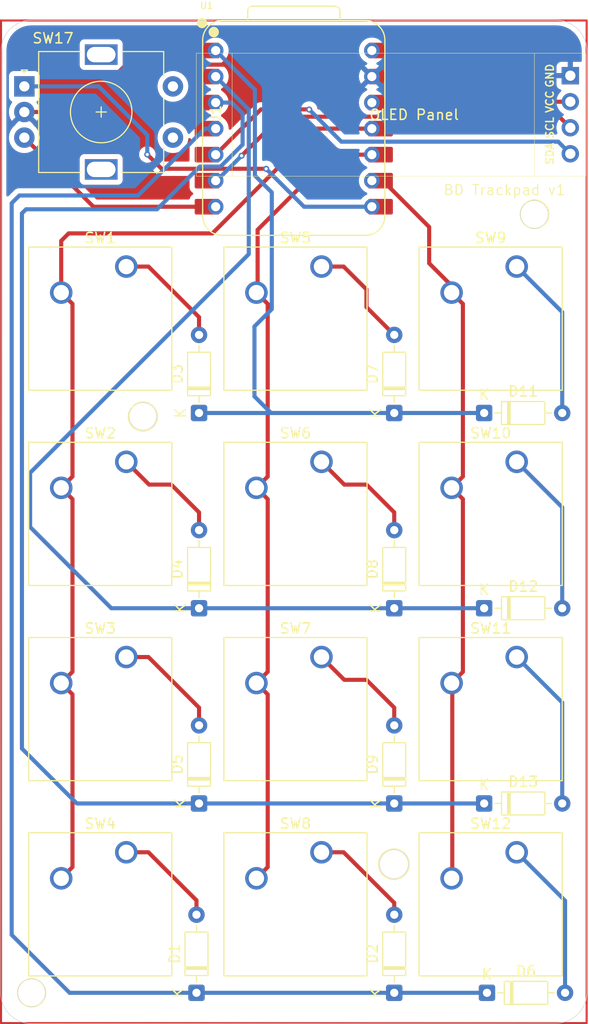
<source format=kicad_pcb>
(kicad_pcb (version 20241229) (generator "pcbnew") (generator_version "9.0")
  (layers (0 "F.Cu" signal) (2 "B.Cu" signal) (13 "F.Paste" user) (15 "B.Paste" user) (5 "F.SilkS" user "F.Silkscreen") (7 "B.SilkS" user "B.Silkscreen") (1 "F.Mask" user) (3 "B.Mask" user) (25 "Edge.Cuts" user))
  (net 0 "")
  (net 1 "Net-(D3-A)")
  (net 2 "ROW0")
  (net 3 "ROW1")
  (net 4 "Net-(D4-A)")
  (net 5 "ROW2")
  (net 6 "Net-(D5-A)")
  (net 7 "Net-(D7-A)")
  (net 8 "Net-(D8-A)")
  (net 9 "Net-(D9-A)")
  (net 10 "Net-(D11-A)")
  (net 11 "Net-(D12-A)")
  (net 12 "Net-(D13-A)")
  (net 13 "SDA")
  (net 14 "GND")
  (net 15 "SCL")
  (net 16 "+3.3V")
  (net 17 "COL0")
  (net 18 "COL1")
  (net 19 "COL2")
  (net 20 "RotA")
  (net 22 "RotB")
  (net 24 "ROW3")
  (net 25 "Net-(D1-A)")
  (net 26 "Net-(D2-A)")
  (net 27 "Net-(D6-A)")
  (footprint "Button_Switch_Keyboard:SW_Cherry_MX_1.00u_PCB" (layer "F.Cu") (at 123.98375 106.83875)
    (property "Reference" "SW2" (at -2.54 -2.794 0) (layer "F.SilkS"))
    (property "Value" "SW_Push")
    (fp_line (start -9.525 -1.905) (end 4.445 -1.905) (stroke (width 0.12)) (layer "F.SilkS"))
    (fp_line (start -9.525 12.065) (end -9.525 -1.905) (stroke (width 0.12)) (layer "F.SilkS"))
    (fp_line (start 4.445 -1.905) (end 4.445 12.065) (stroke (width 0.12)) (layer "F.SilkS"))
    (fp_line (start 4.445 12.065) (end -9.525 12.065) (stroke (width 0.12)) (layer "F.SilkS"))
    (pad "" np_thru_hole circle (at -7.62 5.08) (size 1.7 1.7) (drill 1.7) (layers "*.Cu" "*.Mask"))
    (pad "" np_thru_hole circle (at -2.54 5.08) (size 4 4) (drill 4) (layers "*.Cu" "*.Mask"))
    (pad "" np_thru_hole circle (at 2.54 5.08) (size 1.7 1.7) (drill 1.7) (layers "*.Cu" "*.Mask"))
    (pad "1" thru_hole circle (at 0 0) (size 2.2 2.2) (drill 1.5) (layers "*.Cu" "*.Mask") (net 4 "Net-(D4-A)"))
    (pad "2" thru_hole circle (at -6.35 2.54) (size 2.2 2.2) (drill 1.5) (layers "*.Cu" "*.Mask") (net 17 "COL0"))
  )
  (footprint "Diode_THT:D_DO-35_SOD27_P7.62mm_Horizontal" (layer "F.Cu") (at 131.085 121.12625 90)
    (property "Reference" "D4" (at 3.81 -2.12 90) (layer "F.SilkS"))
    (property "Value" "1N4148")
    (fp_line (start 2.53 -1.12) (end 2.53 1.12) (stroke (width 0.12)) (layer "F.SilkS"))
    (fp_line (start 2.41 -1.12) (end 2.41 1.12) (stroke (width 0.12)) (layer "F.SilkS"))
    (fp_line (start 2.29 -1.12) (end 2.29 1.12) (stroke (width 0.12)) (layer "F.SilkS"))
    (fp_line (start 6.58 0) (end 5.93 0) (stroke (width 0.12)) (layer "F.SilkS"))
    (fp_line (start 1.04 0) (end 1.69 0) (stroke (width 0.12)) (layer "F.SilkS"))
    (fp_rect (start 1.69 -1.12) (end 5.93 1.12) (stroke (width 0.12)) (fill no) (layer "F.SilkS"))
    (fp_text user "K" (at 0 -1.8 90) (layer "F.SilkS"))
    (pad "1" thru_hole roundrect (at 0 0 90) (size 1.6 1.6) (drill 0.8) (layers "*.Cu" "*.Mask") (roundrect_rratio 0.15625) (net 3 "ROW1"))
    (pad "2" thru_hole circle (at 7.62 0 90) (size 1.6 1.6) (drill 0.8) (layers "*.Cu" "*.Mask") (net 4 "Net-(D4-A)"))
  )
  (footprint "Button_Switch_Keyboard:SW_Cherry_MX_1.00u_PCB" (layer "F.Cu") (at 123.98375 144.93875)
    (property "Reference" "SW4" (at -2.54 -2.794 0) (layer "F.SilkS"))
    (property "Value" "SW_Push")
    (fp_line (start -9.525 -1.905) (end 4.445 -1.905) (stroke (width 0.12)) (layer "F.SilkS"))
    (fp_line (start -9.525 12.065) (end -9.525 -1.905) (stroke (width 0.12)) (layer "F.SilkS"))
    (fp_line (start 4.445 -1.905) (end 4.445 12.065) (stroke (width 0.12)) (layer "F.SilkS"))
    (fp_line (start 4.445 12.065) (end -9.525 12.065) (stroke (width 0.12)) (layer "F.SilkS"))
    (pad "" np_thru_hole circle (at -7.62 5.08) (size 1.7 1.7) (drill 1.7) (layers "*.Cu" "*.Mask"))
    (pad "" np_thru_hole circle (at -2.54 5.08) (size 4 4) (drill 4) (layers "*.Cu" "*.Mask"))
    (pad "" np_thru_hole circle (at 2.54 5.08) (size 1.7 1.7) (drill 1.7) (layers "*.Cu" "*.Mask"))
    (pad "1" thru_hole circle (at 0 0) (size 2.2 2.2) (drill 1.5) (layers "*.Cu" "*.Mask") (net 25 "Net-(D1-A)"))
    (pad "2" thru_hole circle (at -6.35 2.54) (size 2.2 2.2) (drill 1.5) (layers "*.Cu" "*.Mask") (net 17 "COL0"))
  )
  (footprint "Button_Switch_Keyboard:SW_Cherry_MX_1.00u_PCB" (layer "F.Cu") (at 123.98375 125.88875)
    (property "Reference" "SW3" (at -2.54 -2.794 0) (layer "F.SilkS"))
    (property "Value" "SW_Push")
    (fp_line (start -9.525 -1.905) (end 4.445 -1.905) (stroke (width 0.12)) (layer "F.SilkS"))
    (fp_line (start -9.525 12.065) (end -9.525 -1.905) (stroke (width 0.12)) (layer "F.SilkS"))
    (fp_line (start 4.445 -1.905) (end 4.445 12.065) (stroke (width 0.12)) (layer "F.SilkS"))
    (fp_line (start 4.445 12.065) (end -9.525 12.065) (stroke (width 0.12)) (layer "F.SilkS"))
    (pad "" np_thru_hole circle (at -7.62 5.08) (size 1.7 1.7) (drill 1.7) (layers "*.Cu" "*.Mask"))
    (pad "" np_thru_hole circle (at -2.54 5.08) (size 4 4) (drill 4) (layers "*.Cu" "*.Mask"))
    (pad "" np_thru_hole circle (at 2.54 5.08) (size 1.7 1.7) (drill 1.7) (layers "*.Cu" "*.Mask"))
    (pad "1" thru_hole circle (at 0 0) (size 2.2 2.2) (drill 1.5) (layers "*.Cu" "*.Mask") (net 6 "Net-(D5-A)"))
    (pad "2" thru_hole circle (at -6.35 2.54) (size 2.2 2.2) (drill 1.5) (layers "*.Cu" "*.Mask") (net 17 "COL0"))
  )
  (footprint "Button_Switch_Keyboard:SW_Cherry_MX_1.00u_PCB" (layer "F.Cu") (at 162.08375 87.78875)
    (property "Reference" "SW9" (at -2.54 -2.794 0) (layer "F.SilkS"))
    (property "Value" "SW_Push")
    (fp_line (start -9.525 -1.905) (end 4.445 -1.905) (stroke (width 0.12)) (layer "F.SilkS"))
    (fp_line (start -9.525 12.065) (end -9.525 -1.905) (stroke (width 0.12)) (layer "F.SilkS"))
    (fp_line (start 4.445 -1.905) (end 4.445 12.065) (stroke (width 0.12)) (layer "F.SilkS"))
    (fp_line (start 4.445 12.065) (end -9.525 12.065) (stroke (width 0.12)) (layer "F.SilkS"))
    (pad "" np_thru_hole circle (at -7.62 5.08) (size 1.7 1.7) (drill 1.7) (layers "*.Cu" "*.Mask"))
    (pad "" np_thru_hole circle (at -2.54 5.08) (size 4 4) (drill 4) (layers "*.Cu" "*.Mask"))
    (pad "" np_thru_hole circle (at 2.54 5.08) (size 1.7 1.7) (drill 1.7) (layers "*.Cu" "*.Mask"))
    (pad "1" thru_hole circle (at 0 0) (size 2.2 2.2) (drill 1.5) (layers "*.Cu" "*.Mask") (net 10 "Net-(D11-A)"))
    (pad "2" thru_hole circle (at -6.35 2.54) (size 2.2 2.2) (drill 1.5) (layers "*.Cu" "*.Mask") (net 19 "COL2"))
  )
  (footprint "Button_Switch_Keyboard:SW_Cherry_MX_1.00u_PCB" (layer "F.Cu") (at 162.08375 125.88875)
    (property "Reference" "SW11" (at -2.54 -2.794 0) (layer "F.SilkS"))
    (property "Value" "SW_Push")
    (fp_line (start -9.525 -1.905) (end 4.445 -1.905) (stroke (width 0.12)) (layer "F.SilkS"))
    (fp_line (start -9.525 12.065) (end -9.525 -1.905) (stroke (width 0.12)) (layer "F.SilkS"))
    (fp_line (start 4.445 -1.905) (end 4.445 12.065) (stroke (width 0.12)) (layer "F.SilkS"))
    (fp_line (start 4.445 12.065) (end -9.525 12.065) (stroke (width 0.12)) (layer "F.SilkS"))
    (pad "" np_thru_hole circle (at -7.62 5.08) (size 1.7 1.7) (drill 1.7) (layers "*.Cu" "*.Mask"))
    (pad "" np_thru_hole circle (at -2.54 5.08) (size 4 4) (drill 4) (layers "*.Cu" "*.Mask"))
    (pad "" np_thru_hole circle (at 2.54 5.08) (size 1.7 1.7) (drill 1.7) (layers "*.Cu" "*.Mask"))
    (pad "1" thru_hole circle (at 0 0) (size 2.2 2.2) (drill 1.5) (layers "*.Cu" "*.Mask") (net 12 "Net-(D13-A)"))
    (pad "2" thru_hole circle (at -6.35 2.54) (size 2.2 2.2) (drill 1.5) (layers "*.Cu" "*.Mask") (net 19 "COL2"))
  )
  (footprint "Diode_THT:D_DO-35_SOD27_P7.62mm_Horizontal" (layer "F.Cu") (at 150.135 158.65125 90)
    (property "Reference" "D2" (at 3.81 -2.12 90) (layer "F.SilkS"))
    (property "Value" "1N4148")
    (fp_line (start 2.53 -1.12) (end 2.53 1.12) (stroke (width 0.12)) (layer "F.SilkS"))
    (fp_line (start 2.41 -1.12) (end 2.41 1.12) (stroke (width 0.12)) (layer "F.SilkS"))
    (fp_line (start 2.29 -1.12) (end 2.29 1.12) (stroke (width 0.12)) (layer "F.SilkS"))
    (fp_line (start 6.58 0) (end 5.93 0) (stroke (width 0.12)) (layer "F.SilkS"))
    (fp_line (start 1.04 0) (end 1.69 0) (stroke (width 0.12)) (layer "F.SilkS"))
    (fp_rect (start 1.69 -1.12) (end 5.93 1.12) (stroke (width 0.12)) (fill no) (layer "F.SilkS"))
    (fp_text user "K" (at 0 -1.8 90) (layer "F.SilkS"))
    (pad "1" thru_hole roundrect (at 0 0 90) (size 1.6 1.6) (drill 0.8) (layers "*.Cu" "*.Mask") (roundrect_rratio 0.15625) (net 24 "ROW3"))
    (pad "2" thru_hole circle (at 7.62 0 90) (size 1.6 1.6) (drill 0.8) (layers "*.Cu" "*.Mask") (net 26 "Net-(D2-A)"))
  )
  (footprint "Diode_THT:D_DO-35_SOD27_P7.62mm_Horizontal" (layer "F.Cu") (at 150.135 102.07625 90)
    (property "Reference" "D7" (at 3.81 -2.12 90) (layer "F.SilkS"))
    (property "Value" "1N4148")
    (fp_line (start 2.53 -1.12) (end 2.53 1.12) (stroke (width 0.12)) (layer "F.SilkS"))
    (fp_line (start 2.41 -1.12) (end 2.41 1.12) (stroke (width 0.12)) (layer "F.SilkS"))
    (fp_line (start 2.29 -1.12) (end 2.29 1.12) (stroke (width 0.12)) (layer "F.SilkS"))
    (fp_line (start 6.58 0) (end 5.93 0) (stroke (width 0.12)) (layer "F.SilkS"))
    (fp_line (start 1.04 0) (end 1.69 0) (stroke (width 0.12)) (layer "F.SilkS"))
    (fp_rect (start 1.69 -1.12) (end 5.93 1.12) (stroke (width 0.12)) (fill no) (layer "F.SilkS"))
    (fp_text user "K" (at 0 -1.8 90) (layer "F.SilkS"))
    (pad "1" thru_hole roundrect (at 0 0 90) (size 1.6 1.6) (drill 0.8) (layers "*.Cu" "*.Mask") (roundrect_rratio 0.15625) (net 2 "ROW0"))
    (pad "2" thru_hole circle (at 7.62 0 90) (size 1.6 1.6) (drill 0.8) (layers "*.Cu" "*.Mask") (net 7 "Net-(D7-A)"))
  )
  (footprint "OPL Library:XIAO-RP2040-DIP" (layer "F.Cu") (at 140.32875 74.3275)
    (property "Reference" "U1" (at -8.5 -12 0) (layer "F.SilkS") (effects (font (size 0.635 0.635) (thickness 0.1016))))
    (property "Value" "XIAO-RP2040-DIP")
    (fp_line (start -8.89 8.509) (end -8.89 -8.636) (stroke (width 0.127)) (layer "F.SilkS"))
    (fp_line (start -6.985 10.414) (end 6.985 10.414) (stroke (width 0.127)) (layer "F.SilkS"))
    (fp_line (start -4.495 -10.541) (end -4.491272 -11.451272) (stroke (width 0.127)) (layer "F.SilkS"))
    (fp_line (start -3.991272 -11.951) (end 4.004 -11.951) (stroke (width 0.127)) (layer "F.SilkS"))
    (fp_line (start 4.504 -11.451) (end 4.504 -10.541) (stroke (width 0.127)) (layer "F.SilkS"))
    (fp_line (start 6.985 -10.541) (end -6.985 -10.541) (stroke (width 0.1)) (layer "F.SilkS"))
    (fp_line (start 6.985 -10.541) (end -6.985 -10.541) (stroke (width 0.127)) (layer "F.SilkS"))
    (fp_line (start 8.89 8.509) (end 8.89 -8.636) (stroke (width 0.127)) (layer "F.SilkS"))
    (fp_arc (start -8.89 -8.636) (mid -8.332038 -9.983038) (end -6.985 -10.541) (stroke (width 0.127)) (layer "F.SilkS"))
    (fp_arc (start -6.985 10.414) (mid -8.332038 9.856038) (end -8.89 8.509) (stroke (width 0.127)) (layer "F.SilkS"))
    (fp_arc (start -4.491272 -11.451272) (mid -4.344728 -11.80464) (end -3.991272 -11.951) (stroke (width 0.127)) (layer "F.SilkS"))
    (fp_arc (start 4.004 -11.951) (mid 4.357553 -11.804553) (end 4.504 -11.451) (stroke (width 0.127)) (layer "F.SilkS"))
    (fp_arc (start 6.985 -10.541) (mid 8.332038 -9.983038) (end 8.89 -8.636) (stroke (width 0.127)) (layer "F.SilkS"))
    (fp_arc (start 8.89 8.509) (mid 8.332038 9.856038) (end 6.985 10.414) (stroke (width 0.127)) (layer "F.SilkS"))
    (fp_circle (center -8.95 -10.3) (end -8.95 -10.554) (stroke (width 0.5)) (fill yes) (layer "F.SilkS"))
    (fp_circle (center -7.807 -9.42) (end -7.807 -9.674) (stroke (width 0.5)) (fill yes) (layer "F.SilkS"))
    (pad "1" smd roundrect (at -8.455 -7.62 180) (size 2.432 1.524) (layers "F.Cu" "F.Mask") (roundrect_rratio 0.1) (net 2 "ROW0"))
    (pad "1" thru_hole circle (at -7.62 -7.62 180) (size 1.524 1.524) (drill 0.889) (layers "*.Cu" "*.Mask") (net 2 "ROW0"))
    (pad "2" smd roundrect (at -8.455 -5.08 180) (size 2.432 1.524) (layers "F.Cu" "F.Mask") (roundrect_rratio 0.1) (net 3 "ROW1"))
    (pad "2" thru_hole circle (at -7.62 -5.08 180) (size 1.524 1.524) (drill 0.889) (layers "*.Cu" "*.Mask") (net 3 "ROW1"))
    (pad "3" smd roundrect (at -8.455 -2.54 180) (size 2.432 1.524) (layers "F.Cu" "F.Mask") (roundrect_rratio 0.1) (net 5 "ROW2"))
    (pad "3" thru_hole circle (at -7.62 -2.54 180) (size 1.524 1.524) (drill 0.889) (layers "*.Cu" "*.Mask") (net 5 "ROW2"))
    (pad "4" smd roundrect (at -8.455 0 180) (size 2.432 1.524) (layers "F.Cu" "F.Mask") (roundrect_rratio 0.1) (net 24 "ROW3"))
    (pad "4" thru_hole circle (at -7.62 0 180) (size 1.524 1.524) (drill 0.889) (layers "*.Cu" "*.Mask") (net 24 "ROW3"))
    (pad "5" smd roundrect (at -8.455 2.54 180) (size 2.432 1.524) (layers "F.Cu" "F.Mask") (roundrect_rratio 0.1) (net 13 "SDA"))
    (pad "5" thru_hole circle (at -7.62 2.54 180) (size 1.524 1.524) (drill 0.889) (layers "*.Cu" "*.Mask") (net 13 "SDA"))
    (pad "6" smd roundrect (at -8.455 5.08 180) (size 2.432 1.524) (layers "F.Cu" "F.Mask") (roundrect_rratio 0.1) (net 15 "SCL"))
    (pad "6" thru_hole circle (at -7.62 5.08 180) (size 1.524 1.524) (drill 0.889) (layers "*.Cu" "*.Mask") (net 15 "SCL"))
    (pad "7" smd roundrect (at -8.455 7.62 180) (size 2.432 1.524) (layers "F.Cu" "F.Mask") (roundrect_rratio 0.1) (net 22 "RotB"))
    (pad "7" thru_hole circle (at -7.62 7.62 180) (size 1.524 1.524) (drill 0.889) (layers "*.Cu" "*.Mask") (net 22 "RotB"))
    (pad "8" thru_hole circle (at 7.62 7.62) (size 1.524 1.524) (drill 0.889) (layers "*.Cu" "*.Mask") (net 20 "RotA"))
    (pad "8" smd roundrect (at 8.455 7.62) (size 2.432 1.524) (layers "F.Cu" "F.Mask") (roundrect_rratio 0.1) (net 20 "RotA"))
    (pad "9" thru_hole circle (at 7.62 5.08) (size 1.524 1.524) (drill 0.889) (layers "*.Cu" "*.Mask") (net 19 "COL2"))
    (pad "9" smd roundrect (at 8.455 5.08) (size 2.432 1.524) (layers "F.Cu" "F.Mask") (roundrect_rratio 0.1) (net 19 "COL2"))
    (pad "10" thru_hole circle (at 7.62 2.54) (size 1.524 1.524) (drill 0.889) (layers "*.Cu" "*.Mask") (net 18 "COL1"))
    (pad "10" smd roundrect (at 8.455 2.54) (size 2.432 1.524) (layers "F.Cu" "F.Mask") (roundrect_rratio 0.1) (net 18 "COL1"))
    (pad "11" thru_hole circle (at 7.62 0) (size 1.524 1.524) (drill 0.889) (layers "*.Cu" "*.Mask") (net 17 "COL0"))
    (pad "11" smd roundrect (at 8.455 0) (size 2.432 1.524) (layers "F.Cu" "F.Mask") (roundrect_rratio 0.1) (net 17 "COL0"))
    (pad "12" thru_hole circle (at 7.62 -2.54) (size 1.524 1.524) (drill 0.889) (layers "*.Cu" "*.Mask") (net 16 "+3.3V"))
    (pad "12" smd roundrect (at 8.455 -2.54) (size 2.432 1.524) (layers "F.Cu" "F.Mask") (roundrect_rratio 0.1) (net 16 "+3.3V"))
    (pad "13" thru_hole circle (at 7.62 -5.08) (size 1.524 1.524) (drill 0.889) (layers "*.Cu" "*.Mask") (net 14 "GND"))
    (pad "13" smd roundrect (at 8.455 -5.08) (size 2.432 1.524) (layers "F.Cu" "F.Mask") (roundrect_rratio 0.1) (net 14 "GND"))
    (pad "14" thru_hole circle (at 7.62 -7.62) (size 1.524 1.524) (drill 0.889) (layers "*.Cu" "*.Mask"))
    (pad "14" smd roundrect (at 8.455 -7.62) (size 2.432 1.524) (layers "F.Cu" "F.Mask") (roundrect_rratio 0.1))
  )
  (footprint "Button_Switch_Keyboard:SW_Cherry_MX_1.00u_PCB" (layer "F.Cu") (at 162.08375 144.93875)
    (property "Reference" "SW12" (at -2.54 -2.794 0) (layer "F.SilkS"))
    (property "Value" "SW_Push")
    (fp_line (start -9.525 -1.905) (end 4.445 -1.905) (stroke (width 0.12)) (layer "F.SilkS"))
    (fp_line (start -9.525 12.065) (end -9.525 -1.905) (stroke (width 0.12)) (layer "F.SilkS"))
    (fp_line (start 4.445 -1.905) (end 4.445 12.065) (stroke (width 0.12)) (layer "F.SilkS"))
    (fp_line (start 4.445 12.065) (end -9.525 12.065) (stroke (width 0.12)) (layer "F.SilkS"))
    (pad "" np_thru_hole circle (at -7.62 5.08) (size 1.7 1.7) (drill 1.7) (layers "*.Cu" "*.Mask"))
    (pad "" np_thru_hole circle (at -2.54 5.08) (size 4 4) (drill 4) (layers "*.Cu" "*.Mask"))
    (pad "" np_thru_hole circle (at 2.54 5.08) (size 1.7 1.7) (drill 1.7) (layers "*.Cu" "*.Mask"))
    (pad "1" thru_hole circle (at 0 0) (size 2.2 2.2) (drill 1.5) (layers "*.Cu" "*.Mask") (net 27 "Net-(D6-A)"))
    (pad "2" thru_hole circle (at -6.35 2.54) (size 2.2 2.2) (drill 1.5) (layers "*.Cu" "*.Mask") (net 19 "COL2"))
  )
  (footprint "Button_Switch_Keyboard:SW_Cherry_MX_1.00u_PCB" (layer "F.Cu") (at 123.98375 87.78875)
    (property "Reference" "SW1" (at -2.54 -2.794 0) (layer "F.SilkS"))
    (property "Value" "SW_Push")
    (fp_line (start -9.525 -1.905) (end 4.445 -1.905) (stroke (width 0.12)) (layer "F.SilkS"))
    (fp_line (start -9.525 12.065) (end -9.525 -1.905) (stroke (width 0.12)) (layer "F.SilkS"))
    (fp_line (start 4.445 -1.905) (end 4.445 12.065) (stroke (width 0.12)) (layer "F.SilkS"))
    (fp_line (start 4.445 12.065) (end -9.525 12.065) (stroke (width 0.12)) (layer "F.SilkS"))
    (pad "" np_thru_hole circle (at -7.62 5.08) (size 1.7 1.7) (drill 1.7) (layers "*.Cu" "*.Mask"))
    (pad "" np_thru_hole circle (at -2.54 5.08) (size 4 4) (drill 4) (layers "*.Cu" "*.Mask"))
    (pad "" np_thru_hole circle (at 2.54 5.08) (size 1.7 1.7) (drill 1.7) (layers "*.Cu" "*.Mask"))
    (pad "1" thru_hole circle (at 0 0) (size 2.2 2.2) (drill 1.5) (layers "*.Cu" "*.Mask") (net 1 "Net-(D3-A)"))
    (pad "2" thru_hole circle (at -6.35 2.54) (size 2.2 2.2) (drill 1.5) (layers "*.Cu" "*.Mask") (net 17 "COL0"))
  )
  (footprint "Diode_THT:D_DO-35_SOD27_P7.62mm_Horizontal" (layer "F.Cu") (at 158.90875 140.17625)
    (property "Reference" "D13" (at 3.81 -2.12 0) (layer "F.SilkS"))
    (property "Value" "1N4148")
    (fp_line (start 1.04 0) (end 1.69 0) (stroke (width 0.12)) (layer "F.SilkS"))
    (fp_line (start 2.29 -1.12) (end 2.29 1.12) (stroke (width 0.12)) (layer "F.SilkS"))
    (fp_line (start 2.41 -1.12) (end 2.41 1.12) (stroke (width 0.12)) (layer "F.SilkS"))
    (fp_line (start 2.53 -1.12) (end 2.53 1.12) (stroke (width 0.12)) (layer "F.SilkS"))
    (fp_line (start 6.58 0) (end 5.93 0) (stroke (width 0.12)) (layer "F.SilkS"))
    (fp_rect (start 1.69 -1.12) (end 5.93 1.12) (stroke (width 0.12)) (fill no) (layer "F.SilkS"))
    (fp_text user "K" (at 0 -1.8 0) (layer "F.SilkS"))
    (pad "1" thru_hole roundrect (at 0 0) (size 1.6 1.6) (drill 0.8) (layers "*.Cu" "*.Mask") (roundrect_rratio 0.15625) (net 5 "ROW2"))
    (pad "2" thru_hole circle (at 7.62 0) (size 1.6 1.6) (drill 0.8) (layers "*.Cu" "*.Mask") (net 12 "Net-(D13-A)"))
  )
  (footprint "Button_Switch_Keyboard:SW_Cherry_MX_1.00u_PCB" (layer "F.Cu") (at 162.08375 106.83875)
    (property "Reference" "SW10" (at -2.54 -2.794 0) (layer "F.SilkS"))
    (property "Value" "SW_Push")
    (fp_line (start -9.525 -1.905) (end 4.445 -1.905) (stroke (width 0.12)) (layer "F.SilkS"))
    (fp_line (start -9.525 12.065) (end -9.525 -1.905) (stroke (width 0.12)) (layer "F.SilkS"))
    (fp_line (start 4.445 -1.905) (end 4.445 12.065) (stroke (width 0.12)) (layer "F.SilkS"))
    (fp_line (start 4.445 12.065) (end -9.525 12.065) (stroke (width 0.12)) (layer "F.SilkS"))
    (pad "" np_thru_hole circle (at -7.62 5.08) (size 1.7 1.7) (drill 1.7) (layers "*.Cu" "*.Mask"))
    (pad "" np_thru_hole circle (at -2.54 5.08) (size 4 4) (drill 4) (layers "*.Cu" "*.Mask"))
    (pad "" np_thru_hole circle (at 2.54 5.08) (size 1.7 1.7) (drill 1.7) (layers "*.Cu" "*.Mask"))
    (pad "1" thru_hole circle (at 0 0) (size 2.2 2.2) (drill 1.5) (layers "*.Cu" "*.Mask") (net 11 "Net-(D12-A)"))
    (pad "2" thru_hole circle (at -6.35 2.54) (size 2.2 2.2) (drill 1.5) (layers "*.Cu" "*.Mask") (net 19 "COL2"))
  )
  (footprint "Rotary_Encoder:RotaryEncoder_Alps_EC11E-Switch_Vertical_H20mm" (layer "F.Cu") (at 114.035 70.2075)
    (property "Reference" "SW17" (at 2.8 -4.7 0) (layer "F.SilkS"))
    (property "Value" "RotaryEncoder_Switch")
    (fp_line (start -0.3 -1.6) (end 0.3 -1.6) (stroke (width 0.12)) (layer "F.SilkS"))
    (fp_line (start 0 -1.3) (end -0.3 -1.6) (stroke (width 0.12)) (layer "F.SilkS"))
    (fp_line (start 0.3 -1.6) (end 0 -1.3) (stroke (width 0.12)) (layer "F.SilkS"))
    (fp_line (start 1.4 -3.4) (end 1.4 8.4) (stroke (width 0.12)) (layer "F.SilkS"))
    (fp_line (start 5.5 -3.4) (end 1.4 -3.4) (stroke (width 0.12)) (layer "F.SilkS"))
    (fp_line (start 5.5 8.4) (end 1.4 8.4) (stroke (width 0.12)) (layer "F.SilkS"))
    (fp_line (start 7 2.5) (end 8 2.5) (stroke (width 0.12)) (layer "F.SilkS"))
    (fp_line (start 7.5 2) (end 7.5 3) (stroke (width 0.12)) (layer "F.SilkS"))
    (fp_line (start 9.5 -3.4) (end 13.6 -3.4) (stroke (width 0.12)) (layer "F.SilkS"))
    (fp_line (start 13.6 -3.4) (end 13.6 -1) (stroke (width 0.12)) (layer "F.SilkS"))
    (fp_line (start 13.6 1.2) (end 13.6 3.8) (stroke (width 0.12)) (layer "F.SilkS"))
    (fp_line (start 13.6 6) (end 13.6 8.4) (stroke (width 0.12)) (layer "F.SilkS"))
    (fp_line (start 13.6 8.4) (end 9.5 8.4) (stroke (width 0.12)) (layer "F.SilkS"))
    (fp_circle (center 7.5 2.5) (end 10.5 2.5) (stroke (width 0.12)) (fill no) (layer "F.SilkS"))
    (pad "A" thru_hole rect (at 0 0) (size 2 2) (drill 1) (layers "*.Cu" "*.Mask") (net 20 "RotA"))
    (pad "B" thru_hole circle (at 0 5) (size 2 2) (drill 1) (layers "*.Cu" "*.Mask") (net 22 "RotB"))
    (pad "C" thru_hole circle (at 0 2.5) (size 2 2) (drill 1) (layers "*.Cu" "*.Mask") (net 14 "GND"))
    (pad "MP" thru_hole rect (at 7.5 -3.1) (size 3.2 2) (drill oval 2.8 1.5) (layers "*.Cu" "*.Mask"))
    (pad "MP" thru_hole rect (at 7.5 8.1) (size 3.2 2) (drill oval 2.8 1.5) (layers "*.Cu" "*.Mask"))
    (pad "S1" thru_hole circle (at 14.5 5) (size 2 2) (drill 1) (layers "*.Cu" "*.Mask"))
    (pad "S2" thru_hole circle (at 14.5 0) (size 2 2) (drill 1) (layers "*.Cu" "*.Mask"))
  )
  (footprint "Button_Switch_Keyboard:SW_Cherry_MX_1.00u_PCB" (layer "F.Cu") (at 143.03375 87.78875)
    (property "Reference" "SW5" (at -2.54 -2.794 0) (layer "F.SilkS"))
    (property "Value" "SW_Push")
    (fp_line (start -9.525 -1.905) (end 4.445 -1.905) (stroke (width 0.12)) (layer "F.SilkS"))
    (fp_line (start -9.525 12.065) (end -9.525 -1.905) (stroke (width 0.12)) (layer "F.SilkS"))
    (fp_line (start 4.445 -1.905) (end 4.445 12.065) (stroke (width 0.12)) (layer "F.SilkS"))
    (fp_line (start 4.445 12.065) (end -9.525 12.065) (stroke (width 0.12)) (layer "F.SilkS"))
    (pad "" np_thru_hole circle (at -7.62 5.08) (size 1.7 1.7) (drill 1.7) (layers "*.Cu" "*.Mask"))
    (pad "" np_thru_hole circle (at -2.54 5.08) (size 4 4) (drill 4) (layers "*.Cu" "*.Mask"))
    (pad "" np_thru_hole circle (at 2.54 5.08) (size 1.7 1.7) (drill 1.7) (layers "*.Cu" "*.Mask"))
    (pad "1" thru_hole circle (at 0 0) (size 2.2 2.2) (drill 1.5) (layers "*.Cu" "*.Mask") (net 7 "Net-(D7-A)"))
    (pad "2" thru_hole circle (at -6.35 2.54) (size 2.2 2.2) (drill 1.5) (layers "*.Cu" "*.Mask") (net 18 "COL1"))
  )
  (footprint "Diode_THT:D_DO-35_SOD27_P7.62mm_Horizontal" (layer "F.Cu") (at 130.835 158.65125 90)
    (property "Reference" "D1" (at 3.81 -2.12 90) (layer "F.SilkS"))
    (property "Value" "1N4148")
    (fp_line (start 2.53 -1.12) (end 2.53 1.12) (stroke (width 0.12)) (layer "F.SilkS"))
    (fp_line (start 2.41 -1.12) (end 2.41 1.12) (stroke (width 0.12)) (layer "F.SilkS"))
    (fp_line (start 2.29 -1.12) (end 2.29 1.12) (stroke (width 0.12)) (layer "F.SilkS"))
    (fp_line (start 6.58 0) (end 5.93 0) (stroke (width 0.12)) (layer "F.SilkS"))
    (fp_line (start 1.04 0) (end 1.69 0) (stroke (width 0.12)) (layer "F.SilkS"))
    (fp_rect (start 1.69 -1.12) (end 5.93 1.12) (stroke (width 0.12)) (fill no) (layer "F.SilkS"))
    (fp_text user "K" (at 0 -1.8 90) (layer "F.SilkS"))
    (pad "1" thru_hole roundrect (at 0 0 90) (size 1.6 1.6) (drill 0.8) (layers "*.Cu" "*.Mask") (roundrect_rratio 0.15625) (net 24 "ROW3"))
    (pad "2" thru_hole circle (at 7.62 0 90) (size 1.6 1.6) (drill 0.8) (layers "*.Cu" "*.Mask") (net 25 "Net-(D1-A)"))
  )
  (footprint "Diode_THT:D_DO-35_SOD27_P7.62mm_Horizontal" (layer "F.Cu") (at 150.135 140.17625 90)
    (property "Reference" "D9" (at 3.81 -2.12 90) (layer "F.SilkS"))
    (property "Value" "1N4148")
    (fp_line (start 2.53 -1.12) (end 2.53 1.12) (stroke (width 0.12)) (layer "F.SilkS"))
    (fp_line (start 2.41 -1.12) (end 2.41 1.12) (stroke (width 0.12)) (layer "F.SilkS"))
    (fp_line (start 2.29 -1.12) (end 2.29 1.12) (stroke (width 0.12)) (layer "F.SilkS"))
    (fp_line (start 6.58 0) (end 5.93 0) (stroke (width 0.12)) (layer "F.SilkS"))
    (fp_line (start 1.04 0) (end 1.69 0) (stroke (width 0.12)) (layer "F.SilkS"))
    (fp_rect (start 1.69 -1.12) (end 5.93 1.12) (stroke (width 0.12)) (fill no) (layer "F.SilkS"))
    (fp_text user "K" (at 0 -1.8 90) (layer "F.SilkS"))
    (pad "1" thru_hole roundrect (at 0 0 90) (size 1.6 1.6) (drill 0.8) (layers "*.Cu" "*.Mask") (roundrect_rratio 0.15625) (net 5 "ROW2"))
    (pad "2" thru_hole circle (at 7.62 0 90) (size 1.6 1.6) (drill 0.8) (layers "*.Cu" "*.Mask") (net 9 "Net-(D9-A)"))
  )
  (footprint "Button_Switch_Keyboard:SW_Cherry_MX_1.00u_PCB" (layer "F.Cu") (at 143.03375 106.83875)
    (property "Reference" "SW6" (at -2.54 -2.794 0) (layer "F.SilkS"))
    (property "Value" "SW_Push")
    (fp_line (start -9.525 -1.905) (end 4.445 -1.905) (stroke (width 0.12)) (layer "F.SilkS"))
    (fp_line (start -9.525 12.065) (end -9.525 -1.905) (stroke (width 0.12)) (layer "F.SilkS"))
    (fp_line (start 4.445 -1.905) (end 4.445 12.065) (stroke (width 0.12)) (layer "F.SilkS"))
    (fp_line (start 4.445 12.065) (end -9.525 12.065) (stroke (width 0.12)) (layer "F.SilkS"))
    (pad "" np_thru_hole circle (at -7.62 5.08) (size 1.7 1.7) (drill 1.7) (layers "*.Cu" "*.Mask"))
    (pad "" np_thru_hole circle (at -2.54 5.08) (size 4 4) (drill 4) (layers "*.Cu" "*.Mask"))
    (pad "" np_thru_hole circle (at 2.54 5.08) (size 1.7 1.7) (drill 1.7) (layers "*.Cu" "*.Mask"))
    (pad "1" thru_hole circle (at 0 0) (size 2.2 2.2) (drill 1.5) (layers "*.Cu" "*.Mask") (net 8 "Net-(D8-A)"))
    (pad "2" thru_hole circle (at -6.35 2.54) (size 2.2 2.2) (drill 1.5) (layers "*.Cu" "*.Mask") (net 18 "COL1"))
  )
  (footprint "Oled:SSD1306-0.91-OLED-4pin-128x32" (layer "F.Cu") (at 130.81625 66.9725)
    (property "Reference" "J1" (at 1.9 5.91 90) (layer "F.SilkS"))
    (property "Value" "Conn_01x04")
    (fp_line (start 0 0) (end 0 12) (stroke (width 0.04)) (layer "F.SilkS"))
    (fp_line (start 0 12) (end 38 12) (stroke (width 0.04)) (layer "F.SilkS"))
    (fp_line (start 3.5 0) (end 3.5 12) (stroke (width 0.04)) (layer "F.SilkS"))
    (fp_line (start 33 0) (end 33 12) (stroke (width 0.04)) (layer "F.SilkS"))
    (fp_line (start 38 0) (end 0 0) (stroke (width 0.04)) (layer "F.SilkS"))
    (fp_line (start 38 12) (end 38 0) (stroke (width 0.04)) (layer "F.SilkS"))
    (fp_text user "VCC" (at 34.5 4.73 270) (layer "F.SilkS") (effects (font (size 0.75 0.75))))
    (fp_text user "SCL" (at 34.5 7.27 270) (layer "F.SilkS") (effects (font (size 0.75 0.75))))
    (fp_text user "SDA" (at 34.5 9.81 270) (layer "F.SilkS") (effects (font (size 0.75 0.75))))
    (fp_text user "OLED Panel" (at 21.26625 6 0) (layer "F.SilkS"))
    (fp_text user "GND" (at 34.5 2.19 270) (layer "F.SilkS") (effects (font (size 0.75 0.75))))
    (pad "1" thru_hole rect (at 36.5 2.19) (size 1.7 1.7) (drill 1) (layers "*.Cu" "*.Mask") (net 14 "GND"))
    (pad "2" thru_hole oval (at 36.5 4.73) (size 1.7 1.7) (drill 1) (layers "*.Cu" "*.Mask") (net 16 "+3.3V"))
    (pad "3" thru_hole oval (at 36.5 7.27) (size 1.7 1.7) (drill 1) (layers "*.Cu" "*.Mask") (net 15 "SCL"))
    (pad "4" thru_hole oval (at 36.5 9.81) (size 1.7 1.7) (drill 1) (layers "*.Cu" "*.Mask") (net 13 "SDA"))
  )
  (footprint "Diode_THT:D_DO-35_SOD27_P7.62mm_Horizontal" (layer "F.Cu") (at 150.135 121.12625 90)
    (property "Reference" "D8" (at 3.81 -2.12 90) (layer "F.SilkS"))
    (property "Value" "1N4148")
    (fp_line (start 2.53 -1.12) (end 2.53 1.12) (stroke (width 0.12)) (layer "F.SilkS"))
    (fp_line (start 2.41 -1.12) (end 2.41 1.12) (stroke (width 0.12)) (layer "F.SilkS"))
    (fp_line (start 2.29 -1.12) (end 2.29 1.12) (stroke (width 0.12)) (layer "F.SilkS"))
    (fp_line (start 6.58 0) (end 5.93 0) (stroke (width 0.12)) (layer "F.SilkS"))
    (fp_line (start 1.04 0) (end 1.69 0) (stroke (width 0.12)) (layer "F.SilkS"))
    (fp_rect (start 1.69 -1.12) (end 5.93 1.12) (stroke (width 0.12)) (fill no) (layer "F.SilkS"))
    (fp_text user "K" (at 0 -1.8 90) (layer "F.SilkS"))
    (pad "1" thru_hole roundrect (at 0 0 90) (size 1.6 1.6) (drill 0.8) (layers "*.Cu" "*.Mask") (roundrect_rratio 0.15625) (net 3 "ROW1"))
    (pad "2" thru_hole circle (at 7.62 0 90) (size 1.6 1.6) (drill 0.8) (layers "*.Cu" "*.Mask") (net 8 "Net-(D8-A)"))
  )
  (footprint "Diode_THT:D_DO-35_SOD27_P7.62mm_Horizontal" (layer "F.Cu") (at 159.18375 158.65125)
    (property "Reference" "D6" (at 3.81 -2.12 0) (layer "F.SilkS"))
    (property "Value" "1N4148")
    (fp_line (start 1.04 0) (end 1.69 0) (stroke (width 0.12)) (layer "F.SilkS"))
    (fp_line (start 2.29 -1.12) (end 2.29 1.12) (stroke (width 0.12)) (layer "F.SilkS"))
    (fp_line (start 2.41 -1.12) (end 2.41 1.12) (stroke (width 0.12)) (layer "F.SilkS"))
    (fp_line (start 2.53 -1.12) (end 2.53 1.12) (stroke (width 0.12)) (layer "F.SilkS"))
    (fp_line (start 6.58 0) (end 5.93 0) (stroke (width 0.12)) (layer "F.SilkS"))
    (fp_rect (start 1.69 -1.12) (end 5.93 1.12) (stroke (width 0.12)) (fill no) (layer "F.SilkS"))
    (fp_text user "K" (at 0 -1.8 0) (layer "F.SilkS"))
    (pad "1" thru_hole roundrect (at 0 0) (size 1.6 1.6) (drill 0.8) (layers "*.Cu" "*.Mask") (roundrect_rratio 0.15625) (net 24 "ROW3"))
    (pad "2" thru_hole circle (at 7.62 0) (size 1.6 1.6) (drill 0.8) (layers "*.Cu" "*.Mask") (net 27 "Net-(D6-A)"))
  )
  (footprint "Diode_THT:D_DO-35_SOD27_P7.62mm_Horizontal" (layer "F.Cu") (at 131.085 102.07625 90)
    (property "Reference" "D3" (at 3.81 -2.12 90) (layer "F.SilkS"))
    (property "Value" "1N4148")
    (fp_line (start 2.53 -1.12) (end 2.53 1.12) (stroke (width 0.12)) (layer "F.SilkS"))
    (fp_line (start 2.41 -1.12) (end 2.41 1.12) (stroke (width 0.12)) (layer "F.SilkS"))
    (fp_line (start 2.29 -1.12) (end 2.29 1.12) (stroke (width 0.12)) (layer "F.SilkS"))
    (fp_line (start 6.58 0) (end 5.93 0) (stroke (width 0.12)) (layer "F.SilkS"))
    (fp_line (start 1.04 0) (end 1.69 0) (stroke (width 0.12)) (layer "F.SilkS"))
    (fp_rect (start 1.69 -1.12) (end 5.93 1.12) (stroke (width 0.12)) (fill no) (layer "F.SilkS"))
    (fp_text user "K" (at 0 -1.8 90) (layer "F.SilkS"))
    (pad "1" thru_hole roundrect (at 0 0 90) (size 1.6 1.6) (drill 0.8) (layers "*.Cu" "*.Mask") (roundrect_rratio 0.15625) (net 2 "ROW0"))
    (pad "2" thru_hole circle (at 7.62 0 90) (size 1.6 1.6) (drill 0.8) (layers "*.Cu" "*.Mask") (net 1 "Net-(D3-A)"))
  )
  (footprint "Diode_THT:D_DO-35_SOD27_P7.62mm_Horizontal" (layer "F.Cu") (at 158.90875 102.07625)
    (property "Reference" "D11" (at 3.81 -2.12 0) (layer "F.SilkS"))
    (property "Value" "1N4148")
    (fp_line (start 1.04 0) (end 1.69 0) (stroke (width 0.12)) (layer "F.SilkS"))
    (fp_line (start 2.29 -1.12) (end 2.29 1.12) (stroke (width 0.12)) (layer "F.SilkS"))
    (fp_line (start 2.41 -1.12) (end 2.41 1.12) (stroke (width 0.12)) (layer "F.SilkS"))
    (fp_line (start 2.53 -1.12) (end 2.53 1.12) (stroke (width 0.12)) (layer "F.SilkS"))
    (fp_line (start 6.58 0) (end 5.93 0) (stroke (width 0.12)) (layer "F.SilkS"))
    (fp_rect (start 1.69 -1.12) (end 5.93 1.12) (stroke (width 0.12)) (fill no) (layer "F.SilkS"))
    (fp_text user "K" (at 0 -1.8 0) (layer "F.SilkS"))
    (pad "1" thru_hole roundrect (at 0 0) (size 1.6 1.6) (drill 0.8) (layers "*.Cu" "*.Mask") (roundrect_rratio 0.15625) (net 2 "ROW0"))
    (pad "2" thru_hole circle (at 7.62 0) (size 1.6 1.6) (drill 0.8) (layers "*.Cu" "*.Mask") (net 10 "Net-(D11-A)"))
  )
  (footprint "Diode_THT:D_DO-35_SOD27_P7.62mm_Horizontal" (layer "F.Cu") (at 131.085 140.17625 90)
    (property "Reference" "D5" (at 3.81 -2.12 90) (layer "F.SilkS"))
    (property "Value" "1N4148")
    (fp_line (start 2.53 -1.12) (end 2.53 1.12) (stroke (width 0.12)) (layer "F.SilkS"))
    (fp_line (start 2.41 -1.12) (end 2.41 1.12) (stroke (width 0.12)) (layer "F.SilkS"))
    (fp_line (start 2.29 -1.12) (end 2.29 1.12) (stroke (width 0.12)) (layer "F.SilkS"))
    (fp_line (start 6.58 0) (end 5.93 0) (stroke (width 0.12)) (layer "F.SilkS"))
    (fp_line (start 1.04 0) (end 1.69 0) (stroke (width 0.12)) (layer "F.SilkS"))
    (fp_rect (start 1.69 -1.12) (end 5.93 1.12) (stroke (width 0.12)) (fill no) (layer "F.SilkS"))
    (fp_text user "K" (at 0 -1.8 90) (layer "F.SilkS"))
    (pad "1" thru_hole roundrect (at 0 0 90) (size 1.6 1.6) (drill 0.8) (layers "*.Cu" "*.Mask") (roundrect_rratio 0.15625) (net 5 "ROW2"))
    (pad "2" thru_hole circle (at 7.62 0 90) (size 1.6 1.6) (drill 0.8) (layers "*.Cu" "*.Mask") (net 6 "Net-(D5-A)"))
  )
  (footprint "Button_Switch_Keyboard:SW_Cherry_MX_1.00u_PCB" (layer "F.Cu") (at 143.03375 125.88875)
    (property "Reference" "SW7" (at -2.54 -2.794 0) (layer "F.SilkS"))
    (property "Value" "SW_Push")
    (fp_line (start -9.525 -1.905) (end 4.445 -1.905) (stroke (width 0.12)) (layer "F.SilkS"))
    (fp_line (start -9.525 12.065) (end -9.525 -1.905) (stroke (width 0.12)) (layer "F.SilkS"))
    (fp_line (start 4.445 -1.905) (end 4.445 12.065) (stroke (width 0.12)) (layer "F.SilkS"))
    (fp_line (start 4.445 12.065) (end -9.525 12.065) (stroke (width 0.12)) (layer "F.SilkS"))
    (pad "" np_thru_hole circle (at -7.62 5.08) (size 1.7 1.7) (drill 1.7) (layers "*.Cu" "*.Mask"))
    (pad "" np_thru_hole circle (at -2.54 5.08) (size 4 4) (drill 4) (layers "*.Cu" "*.Mask"))
    (pad "" np_thru_hole circle (at 2.54 5.08) (size 1.7 1.7) (drill 1.7) (layers "*.Cu" "*.Mask"))
    (pad "1" thru_hole circle (at 0 0) (size 2.2 2.2) (drill 1.5) (layers "*.Cu" "*.Mask") (net 9 "Net-(D9-A)"))
    (pad "2" thru_hole circle (at -6.35 2.54) (size 2.2 2.2) (drill 1.5) (layers "*.Cu" "*.Mask") (net 18 "COL1"))
  )
  (footprint "Button_Switch_Keyboard:SW_Cherry_MX_1.00u_PCB" (layer "F.Cu") (at 143.03375 144.93875)
    (property "Reference" "SW8" (at -2.54 -2.794 0) (layer "F.SilkS"))
    (property "Value" "SW_Push")
    (fp_line (start -9.525 -1.905) (end 4.445 -1.905) (stroke (width 0.12)) (layer "F.SilkS"))
    (fp_line (start -9.525 12.065) (end -9.525 -1.905) (stroke (width 0.12)) (layer "F.SilkS"))
    (fp_line (start 4.445 -1.905) (end 4.445 12.065) (stroke (width 0.12)) (layer "F.SilkS"))
    (fp_line (start 4.445 12.065) (end -9.525 12.065) (stroke (width 0.12)) (layer "F.SilkS"))
    (pad "" np_thru_hole circle (at -7.62 5.08) (size 1.7 1.7) (drill 1.7) (layers "*.Cu" "*.Mask"))
    (pad "" np_thru_hole circle (at -2.54 5.08) (size 4 4) (drill 4) (layers "*.Cu" "*.Mask"))
    (pad "" np_thru_hole circle (at 2.54 5.08) (size 1.7 1.7) (drill 1.7) (layers "*.Cu" "*.Mask"))
    (pad "1" thru_hole circle (at 0 0) (size 2.2 2.2) (drill 1.5) (layers "*.Cu" "*.Mask") (net 26 "Net-(D2-A)"))
    (pad "2" thru_hole circle (at -6.35 2.54) (size 2.2 2.2) (drill 1.5) (layers "*.Cu" "*.Mask") (net 18 "COL1"))
  )
  (footprint "Diode_THT:D_DO-35_SOD27_P7.62mm_Horizontal" (layer "F.Cu") (at 158.90875 121.12625)
    (property "Reference" "D12" (at 3.81 -2.12 0) (layer "F.SilkS"))
    (property "Value" "1N4148")
    (fp_line (start 1.04 0) (end 1.69 0) (stroke (width 0.12)) (layer "F.SilkS"))
    (fp_line (start 2.29 -1.12) (end 2.29 1.12) (stroke (width 0.12)) (layer "F.SilkS"))
    (fp_line (start 2.41 -1.12) (end 2.41 1.12) (stroke (width 0.12)) (layer "F.SilkS"))
    (fp_line (start 2.53 -1.12) (end 2.53 1.12) (stroke (width 0.12)) (layer "F.SilkS"))
    (fp_line (start 6.58 0) (end 5.93 0) (stroke (width 0.12)) (layer "F.SilkS"))
    (fp_rect (start 1.69 -1.12) (end 5.93 1.12) (stroke (width 0.12)) (fill no) (layer "F.SilkS"))
    (fp_text user "K" (at 0 -1.8 0) (layer "F.SilkS"))
    (pad "1" thru_hole roundrect (at 0 0) (size 1.6 1.6) (drill 0.8) (layers "*.Cu" "*.Mask") (roundrect_rratio 0.15625) (net 3 "ROW1"))
    (pad "2" thru_hole circle (at 7.62 0) (size 1.6 1.6) (drill 0.8) (layers "*.Cu" "*.Mask") (net 11 "Net-(D12-A)"))
  )
  (gr_rect (start 111.76 63.77625) (end 168.91 161.6075) (stroke (width 0.2)) (fill no) (layer "F.Cu"))
  (gr_circle (center 114.75 158.65) (end 115.4 157.425) (stroke (width 0.1)) (fill no) (layer "F.SilkS"))
  (gr_circle (center 163.825 82.675) (end 164.2 81.325) (stroke (width 0.1)) (fill no) (layer "F.SilkS"))
  (gr_circle (center 125.6 102.425) (end 125.675 101) (stroke (width 0.1)) (fill no) (layer "F.SilkS"))
  (gr_circle (center 150.1 146.1) (end 150.1 144.6) (stroke (width 0.1)) (fill no) (layer "F.SilkS"))
  (gr_arc (start 168.935 158.60125) (mid 168.05632 160.72257) (end 165.935 161.60125) (stroke (width 0.05)) (layer "Edge.Cuts"))
  (gr_circle (center 163.8 82.7) (end 164.2 81.4) (stroke (width 0.05)) (fill no) (layer "Edge.Cuts"))
  (gr_line (start 165.935 63.75125) (end 114.735 63.75125) (stroke (width 0.05)) (layer "Edge.Cuts"))
  (gr_circle (center 150.1 146.1) (end 150 144.7) (stroke (width 0.05)) (fill no) (layer "Edge.Cuts"))
  (gr_line (start 111.785 66.70125) (end 111.735 158.65125) (stroke (width 0.05)) (layer "Edge.Cuts"))
  (gr_line (start 168.935 158.60125) (end 168.935 66.75125) (stroke (width 0.05)) (layer "Edge.Cuts"))
  (gr_arc (start 111.785 66.70125) (mid 112.649035 64.615285) (end 114.735 63.75125) (stroke (width 0.05)) (layer "Edge.Cuts"))
  (gr_circle (center 114.735 158.6512) (end 114.735 157.3) (stroke (width 0.05)) (fill no) (layer "Edge.Cuts"))
  (gr_arc (start 165.935 63.75125) (mid 168.05632 64.62993) (end 168.935 66.75125) (stroke (width 0.05)) (layer "Edge.Cuts"))
  (gr_circle (center 125.6 102.4) (end 126.2 101.2) (stroke (width 0.05)) (fill no) (layer "Edge.Cuts"))
  (gr_arc (start 114.735 161.65125) (mid 112.61368 160.77257) (end 111.735 158.65125) (stroke (width 0.05)) (layer "Edge.Cuts"))
  (gr_line (start 114.735 161.65125) (end 165.935 161.60125) (stroke (width 0.05)) (layer "Edge.Cuts"))
  (gr_text "BD Trackpad v1" (at 154.875 80.9 0) (layer "F.SilkS") (effects (font (size 1 1) (thickness 0.1)) (justify left bottom)))
  (segment (start 131.085 92.72625) (end 126.1475 87.78875) (width 0.4) (layer "F.Cu") (net 1))
  (segment (start 126.1475 87.78875) (end 123.98375 87.78875) (width 0.4) (layer "F.Cu") (net 1))
  (segment (start 131.085 94.45625) (end 131.085 92.72625) (width 0.4) (layer "F.Cu") (net 1))
  (segment (start 136.492446 93.629946) (end 136.492446 100.456196) (width 0.4) (layer "B.Cu") (net 2))
  (segment (start 138.18475 80.55225) (end 138.18475 91.937642) (width 0.4) (layer "B.Cu") (net 2))
  (segment (start 136.492446 100.456196) (end 138.1125 102.07625) (width 0.4) (layer "B.Cu") (net 2))
  (segment (start 136.537 78.9045) (end 136.537 70.53575) (width 0.4) (layer "B.Cu") (net 2))
  (segment (start 138.1125 102.07625) (end 131.085 102.07625) (width 0.4) (layer "B.Cu") (net 2))
  (segment (start 136.537 78.9045) (end 138.18475 80.55225) (width 0.4) (layer "B.Cu") (net 2))
  (segment (start 136.537 70.53575) (end 132.70875 66.7075) (width 0.4) (layer "B.Cu") (net 2))
  (segment (start 138.18475 91.937642) (end 136.492446 93.629946) (width 0.4) (layer "B.Cu") (net 2))
  (segment (start 158.90875 102.07625) (end 138.1125 102.07625) (width 0.4) (layer "B.Cu") (net 2))
  (segment (start 131.085 121.12625) (end 122.52625 121.12625) (width 0.4) (layer "B.Cu") (net 3))
  (segment (start 122.52625 121.12625) (end 114.6 113.2) (width 0.4) (layer "B.Cu") (net 3))
  (segment (start 158.90875 121.12625) (end 131.085 121.12625) (width 0.4) (layer "B.Cu") (net 3))
  (segment (start 114.6 113.2) (end 114.6 107.907119) (width 0.4) (layer "B.Cu") (net 3))
  (segment (start 135.936 86.571119) (end 135.936 72.47475) (width 0.4) (layer "B.Cu") (net 3))
  (segment (start 114.6 107.907119) (end 135.936 86.571119) (width 0.4) (layer "B.Cu") (net 3))
  (segment (start 135.936 72.47475) (end 132.70875 69.2475) (width 0.4) (layer "B.Cu") (net 3))
  (segment (start 131.085 113.50625) (end 131.085 111.77625) (width 0.4) (layer "F.Cu") (net 4))
  (segment (start 126.20625 109.06125) (end 123.98375 106.83875) (width 0.4) (layer "F.Cu") (net 4))
  (segment (start 131.085 111.77625) (end 128.37 109.06125) (width 0.4) (layer "F.Cu") (net 4))
  (segment (start 128.37 109.06125) (end 126.20625 109.06125) (width 0.4) (layer "F.Cu") (net 4))
  (segment (start 158.90875 140.17625) (end 131.085 140.17625) (width 0.4) (layer "B.Cu") (net 5))
  (segment (start 135.335 75.885981) (end 135.335 72.85125) (width 0.4) (layer "B.Cu") (net 5))
  (segment (start 131.155751 78.0305) (end 133.190481 78.0305) (width 0.4) (layer "B.Cu") (net 5))
  (segment (start 135.335 72.85125) (end 134.27125 71.7875) (width 0.4) (layer "B.Cu") (net 5))
  (segment (start 119.16 140.17625) (end 113.8 134.81625) (width 0.4) (layer "B.Cu") (net 5))
  (segment (start 134.27125 71.7875) (end 132.70875 71.7875) (width 0.4) (layer "B.Cu") (net 5))
  (segment (start 126.986251 82.2) (end 131.155751 78.0305) (width 0.4) (layer "B.Cu") (net 5))
  (segment (start 113.8 82.6) (end 114.2 82.2) (width 0.4) (layer "B.Cu") (net 5))
  (segment (start 113.8 134.81625) (end 113.8 82.6) (width 0.4) (layer "B.Cu") (net 5))
  (segment (start 133.190481 78.0305) (end 135.335 75.885981) (width 0.4) (layer "B.Cu") (net 5))
  (segment (start 131.085 140.17625) (end 119.16 140.17625) (width 0.4) (layer "B.Cu") (net 5))
  (segment (start 114.2 82.2) (end 126.986251 82.2) (width 0.4) (layer "B.Cu") (net 5))
  (segment (start 126.1475 125.88875) (end 131.085 130.82625) (width 0.4) (layer "F.Cu") (net 6))
  (segment (start 131.085 130.82625) (end 131.085 132.55625) (width 0.4) (layer "F.Cu") (net 6))
  (segment (start 123.98375 125.88875) (end 126.1475 125.88875) (width 0.4) (layer "F.Cu") (net 6))
  (segment (start 147.42 90.01125) (end 145.1975 87.78875) (width 0.4) (layer "F.Cu") (net 7))
  (segment (start 147.42 91.74125) (end 150.135 94.45625) (width 0.4) (layer "F.Cu") (net 7))
  (segment (start 147.42 90.01125) (end 147.42 91.74125) (width 0.4) (layer "F.Cu") (net 7))
  (segment (start 145.1975 87.78875) (end 143.03375 87.78875) (width 0.4) (layer "F.Cu") (net 7))
  (segment (start 150.135 111.77625) (end 147.42 109.06125) (width 0.4) (layer "F.Cu") (net 8))
  (segment (start 147.42 109.06125) (end 145.25625 109.06125) (width 0.4) (layer "F.Cu") (net 8))
  (segment (start 150.135 113.50625) (end 150.135 111.77625) (width 0.4) (layer "F.Cu") (net 8))
  (segment (start 145.25625 109.06125) (end 143.03375 106.83875) (width 0.4) (layer "F.Cu") (net 8))
  (segment (start 150.135 132.55625) (end 150.135 130.82625) (width 0.4) (layer "F.Cu") (net 9))
  (segment (start 147.42 128.11125) (end 145.25625 128.11125) (width 0.4) (layer "F.Cu") (net 9))
  (segment (start 145.25625 128.11125) (end 143.03375 125.88875) (width 0.4) (layer "F.Cu") (net 9))
  (segment (start 150.135 130.82625) (end 147.42 128.11125) (width 0.4) (layer "F.Cu") (net 9))
  (segment (start 162.08375 87.78875) (end 166.52875 92.23375) (width 0.4) (layer "B.Cu") (net 10))
  (segment (start 166.52875 92.23375) (end 166.52875 102.07625) (width 0.4) (layer "B.Cu") (net 10))
  (segment (start 162.08375 106.83875) (end 166.52875 111.28375) (width 0.4) (layer "B.Cu") (net 11))
  (segment (start 166.52875 111.28375) (end 166.52875 121.12625) (width 0.4) (layer "B.Cu") (net 11))
  (segment (start 162.08375 125.88875) (end 166.52875 130.33375) (width 0.4) (layer "B.Cu") (net 12))
  (segment (start 166.52875 130.33375) (end 166.52875 140.17625) (width 0.4) (layer "B.Cu") (net 12))
  (segment (start 141.835 72.4645) (end 141.82175 72.45125) (width 0.4) (layer "F.Cu") (net 13))
  (segment (start 137.125 72.45125) (end 132.70875 76.8675) (width 0.4) (layer "F.Cu") (net 13))
  (segment (start 141.82175 72.45125) (end 137.125 72.45125) (width 0.4) (layer "F.Cu") (net 13))
  (via (at 141.835 72.4645) (size 0.6) (drill 0.3) (layers "F.Cu" "B.Cu") (net 13))
  (segment (start 141.835 72.4645) (end 144.9705 75.6) (width 0.4) (layer "B.Cu") (net 13))
  (segment (start 166.13375 75.6) (end 167.31625 76.7825) (width 0.4) (layer "B.Cu") (net 13))
  (segment (start 144.9705 75.6) (end 166.13375 75.6) (width 0.4) (layer "B.Cu") (net 13))
  (segment (start 123.96 68.0845) (end 119.337 72.7075) (width 0.4) (layer "F.Cu") (net 14))
  (segment (start 148.03375 69.1625) (end 147.94875 69.2475) (width 0.4) (layer "F.Cu") (net 14))
  (segment (start 146.78575 68.0845) (end 123.96 68.0845) (width 0.4) (layer "F.Cu") (net 14))
  (segment (start 167.31625 69.1625) (end 148.03375 69.1625) (width 0.4) (layer "F.Cu") (net 14))
  (segment (start 147.94875 69.2475) (end 146.78575 68.0845) (width 0.4) (layer "F.Cu") (net 14))
  (segment (start 119.337 72.7075) (end 114.035 72.7075) (width 0.4) (layer "F.Cu") (net 14))
  (segment (start 135.236 76.97493) (end 139.04643 73.1645) (width 0.4) (layer "F.Cu") (net 15))
  (segment (start 139.04643 73.1645) (end 166.23825 73.1645) (width 0.4) (layer "F.Cu") (net 15))
  (segment (start 166.23825 73.1645) (end 167.31625 74.2425) (width 0.4) (layer "F.Cu") (net 15))
  (via (at 135.236 76.97493) (size 0.6) (drill 0.3) (layers "F.Cu" "B.Cu") (net 15))
  (segment (start 135.236 76.97493) (end 132.80343 79.4075) (width 0.4) (layer "B.Cu") (net 15))
  (segment (start 132.80343 79.4075) (end 132.70875 79.4075) (width 0.4) (layer "B.Cu") (net 15))
  (segment (start 148.03375 71.7025) (end 147.94875 71.7875) (width 0.4) (layer "F.Cu") (net 16))
  (segment (start 167.31625 71.7025) (end 148.03375 71.7025) (width 0.4) (layer "F.Cu") (net 16))
  (segment (start 118.733749 108.278751) (end 117.63375 109.37875) (width 0.4) (layer "F.Cu") (net 17))
  (segment (start 118.733749 91.428749) (end 118.733749 108.278751) (width 0.4) (layer "F.Cu") (net 17))
  (segment (start 118.733749 127.328751) (end 117.63375 128.42875) (width 0.4) (layer "F.Cu") (net 17))
  (segment (start 118.733749 110.478749) (end 118.733749 127.328751) (width 0.4) (layer "F.Cu") (net 17))
  (segment (start 118.733749 146.378751) (end 117.63375 147.47875) (width 0.4) (layer "F.Cu") (net 17))
  (segment (start 118.733749 129.528749) (end 118.733749 146.378751) (width 0.4) (layer "F.Cu") (net 17))
  (segment (start 117.63375 85.2805) (end 118.363 84.55125) (width 0.4) (layer "F.Cu") (net 17))
  (segment (start 117.63375 90.32875) (end 117.63375 85.2805) (width 0.4) (layer "F.Cu") (net 17))
  (segment (start 118.363 84.55125) (end 132.385058 84.55125) (width 0.4) (layer "F.Cu") (net 17))
  (segment (start 117.63375 109.37875) (end 118.733749 110.478749) (width 0.4) (layer "F.Cu") (net 17))
  (segment (start 142.608808 74.3275) (end 147.94875 74.3275) (width 0.4) (layer "F.Cu") (net 17))
  (segment (start 132.385058 84.55125) (end 142.608808 74.3275) (width 0.4) (layer "F.Cu") (net 17))
  (segment (start 117.63375 90.32875) (end 118.733749 91.428749) (width 0.4) (layer "F.Cu") (net 17))
  (segment (start 117.63375 128.42875) (end 118.733749 129.528749) (width 0.4) (layer "F.Cu") (net 17))
  (segment (start 136.68375 90.32875) (end 136.8 90.2125) (width 0.4) (layer "F.Cu") (net 18))
  (segment (start 137.783749 146.378751) (end 136.68375 147.47875) (width 0.4) (layer "F.Cu") (net 18))
  (segment (start 136.8 90.2125) (end 136.8 84.2) (width 0.4) (layer "F.Cu") (net 18))
  (segment (start 137.783749 129.528749) (end 137.783749 146.378751) (width 0.4) (layer "F.Cu") (net 18))
  (segment (start 136.68375 90.32875) (end 137.783749 91.428749) (width 0.4) (layer "F.Cu") (net 18))
  (segment (start 136.8 84.2) (end 144.1325 76.8675) (width 0.4) (layer "F.Cu") (net 18))
  (segment (start 137.783749 108.278751) (end 136.68375 109.37875) (width 0.4) (layer "F.Cu") (net 18))
  (segment (start 136.68375 109.37875) (end 137.783749 110.478749) (width 0.4) (layer "F.Cu") (net 18))
  (segment (start 137.783749 91.428749) (end 137.783749 108.278751) (width 0.4) (layer "F.Cu") (net 18))
  (segment (start 136.68375 128.42875) (end 137.783749 129.528749) (width 0.4) (layer "F.Cu") (net 18))
  (segment (start 137.783749 110.478749) (end 137.783749 127.328751) (width 0.4) (layer "F.Cu") (net 18))
  (segment (start 144.1325 76.8675) (end 147.94875 76.8675) (width 0.4) (layer "F.Cu") (net 18))
  (segment (start 137.783749 127.328751) (end 136.68375 128.42875) (width 0.4) (layer "F.Cu") (net 18))
  (segment (start 156.833749 91.428749) (end 156.833749 108.278751) (width 0.4) (layer "F.Cu") (net 19))
  (segment (start 153.543 83.92412) (end 149.02638 79.4075) (width 0.4) (layer "F.Cu") (net 19))
  (segment (start 156.833749 108.278751) (end 155.73375 109.37875) (width 0.4) (layer "F.Cu") (net 19))
  (segment (start 155.8 147.4125) (end 155.73375 147.47875) (width 0.4) (layer "F.Cu") (net 19))
  (segment (start 149.02638 79.4075) (end 147.94875 79.4075) (width 0.4) (layer "F.Cu") (net 19))
  (segment (start 155.73375 90.32875) (end 156.833749 91.428749) (width 0.4) (layer "F.Cu") (net 19))
  (segment (start 155.73375 128.42875) (end 155.8 128.495) (width 0.4) (layer "F.Cu") (net 19))
  (segment (start 155.8 128.495) (end 155.8 147.4125) (width 0.4) (layer "F.Cu") (net 19))
  (segment (start 155.73375 109.37875) (end 156.833749 110.478749) (width 0.4) (layer "F.Cu") (net 19))
  (segment (start 153.543 87.47125) (end 153.543 83.92412) (width 0.4) (layer "F.Cu") (net 19))
  (segment (start 156.833749 110.478749) (end 156.833749 127.328751) (width 0.4) (layer "F.Cu") (net 19))
  (segment (start 156.833749 127.328751) (end 155.73375 128.42875) (width 0.4) (layer "F.Cu") (net 19))
  (segment (start 155.6069 89.53515) (end 153.543 87.47125) (width 0.4) (layer "F.Cu") (net 19))
  (segment (start 137.62825 78.2445) (end 137.635 78.25125) (width 0.4) (layer "F.Cu") (net 20))
  (segment (start 126.035 76.85125) (end 127.42825 78.2445) (width 0.4) (layer "F.Cu") (net 20))
  (segment (start 127.42825 78.2445) (end 137.62825 78.2445) (width 0.4) (layer "F.Cu") (net 20))
  (via (at 126.035 76.85125) (size 0.6) (drill 0.3) (layers "F.Cu" "B.Cu") (net 20))
  (via (at 137.635 78.25125) (size 0.6) (drill 0.3) (layers "F.Cu" "B.Cu") (net 20))
  (segment (start 114.035 70.2075) (end 121.29125 70.2075) (width 0.4) (layer "B.Cu") (net 20))
  (segment (start 121.29125 70.2075) (end 126.035 74.95125) (width 0.4) (layer "B.Cu") (net 20))
  (segment (start 126.035 74.95125) (end 126.035 76.85125) (width 0.4) (layer "B.Cu") (net 20))
  (segment (start 141.33125 81.9475) (end 147.94875 81.9475) (width 0.4) (layer "B.Cu") (net 20))
  (segment (start 137.635 78.25125) (end 141.33125 81.9475) (width 0.4) (layer "B.Cu") (net 20))
  (segment (start 120.775 81.9475) (end 132.70875 81.9475) (width 0.4) (layer "F.Cu") (net 22))
  (segment (start 114.035 75.2075) (end 120.775 81.9475) (width 0.4) (layer "F.Cu") (net 22))
  (segment (start 112.8 81.6) (end 112.8 153) (width 0.4) (layer "B.Cu") (net 24))
  (segment (start 118.45125 158.65125) (end 130.835 158.65125) (width 0.4) (layer "B.Cu") (net 24))
  (segment (start 132.70875 74.3275) (end 131.65875 74.3275) (width 0.4) (layer "B.Cu") (net 24))
  (segment (start 125.135 80.85125) (end 113.54875 80.85125) (width 0.4) (layer "B.Cu") (net 24))
  (segment (start 113.54875 80.85125) (end 112.8 81.6) (width 0.4) (layer "B.Cu") (net 24))
  (segment (start 159.18375 158.65125) (end 130.835 158.65125) (width 0.4) (layer "B.Cu") (net 24))
  (segment (start 131.65875 74.3275) (end 125.135 80.85125) (width 0.4) (layer "B.Cu") (net 24))
  (segment (start 112.8 153) (end 118.45125 158.65125) (width 0.4) (layer "B.Cu") (net 24))
  (segment (start 130.835 151.03125) (end 130.835 149.62625) (width 0.4) (layer "F.Cu") (net 25))
  (segment (start 126.1475 144.93875) (end 123.98375 144.93875) (width 0.4) (layer "F.Cu") (net 25))
  (segment (start 130.835 149.62625) (end 126.1475 144.93875) (width 0.4) (layer "F.Cu") (net 25))
  (segment (start 145.1975 144.93875) (end 150.135 149.87625) (width 0.4) (layer "F.Cu") (net 26))
  (segment (start 143.03375 144.93875) (end 145.1975 144.93875) (width 0.4) (layer "F.Cu") (net 26))
  (segment (start 150.135 149.87625) (end 150.135 151.03125) (width 0.4) (layer "F.Cu") (net 26))
  (segment (start 166.80375 149.65875) (end 166.80375 158.65125) (width 0.4) (layer "B.Cu") (net 27))
  (segment (start 162.08375 144.93875) (end 166.80375 149.65875) (width 0.4) (layer "B.Cu") (net 27))
  (zone (net 14) (net_name "GND") (layers "F.Cu" "B.Cu") (connect_pads (clearance 0.5)) (min_thickness 0.25) (fill yes (thermal_gap 0.5) (thermal_bridge_width 0.5))
    (polygon (pts (xy 111.76 63.77625) (xy 111.76 83.3) (xy 169 83.3) (xy 168.91 63.77625)))
  )
)
</source>
